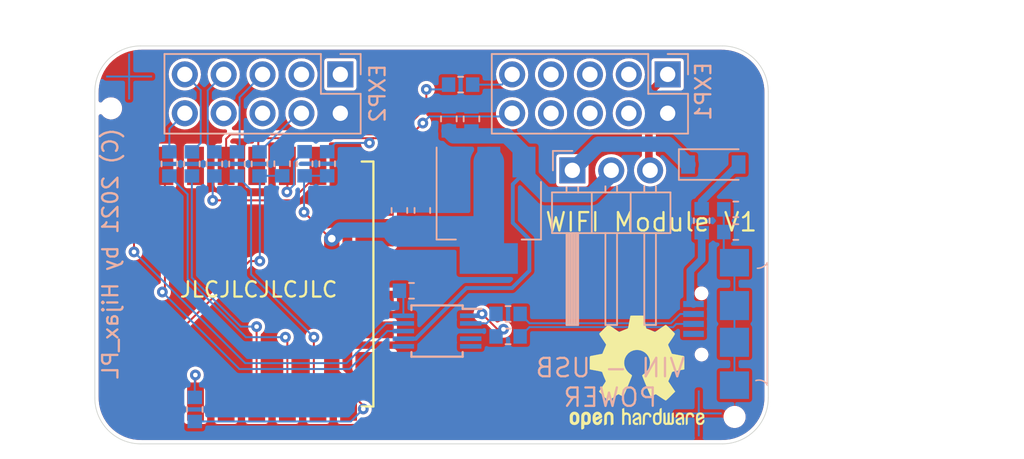
<source format=kicad_pcb>
(kicad_pcb (version 20210108) (generator pcbnew)
  (layers (0 "F.Cu" signal) (31 "B.Cu" signal) (34 "B.Paste" user) (35 "F.Paste" user) (36 "B.SilkS" user "B.Silkscreen") (37 "F.SilkS" user "F.Silkscreen") (38 "B.Mask" user) (39 "F.Mask" user) (44 "Edge.Cuts" user))
  (net 0 "")
  (net 1 "3.3V")
  (net 2 "GND")
  (net 3 "5V")
  (net 4 "Net-(C6-Pad2)")
  (net 5 "Net-(C19-Pad2)")
  (net 6 "Net-(D1-Pad2)")
  (net 7 "/VBUS")
  (net 8 "/E_MISO")
  (net 9 "/E_SCK")
  (net 10 "/CSEL")
  (net 11 "/E_MOSI")
  (net 12 "/E_RST")
  (net 13 "Net-(F1-Pad1)")
  (net 14 "/D+")
  (net 15 "/D-")
  (net 16 "/MISO")
  (net 17 "/RST")
  (net 18 "/DATA_RDY")
  (net 19 "/SCK")
  (net 20 "/MOSI")
  (net 21 "/EN")
  (net 22 "Net-(R8-Pad2)")
  (net 23 "USB_D-")
  (net 24 "USB_D+")
  (net 25 "TX")
  (net 26 "RX")
  (net 27 "/VIN")
  (net 28 "Net-(EXP1-Pad9)")
  (net 29 "/TRF_RDY")
  (net 30 "Net-(R5-Pad2)")
  (footprint "PrntrBoardV2:JLC_Tool_hole" (layer "F.Cu") (at 88.461 110.821)
    (fp_text reference "H1" hide)
    (fp_text value "JLC Tooling Hole" hide)
    (pad "" np_thru_hole circle (at -18.661 10.419) (size 1.152 1.152) (drill 1.152) (layers *.Cu *.Mask) (clearance 0.148))
  )
  (footprint "Symbol:OSHW-Logo2_9.8x8mm_SilkScreen" (layer "F.Cu") (at 63.43 118.33)
    (fp_text reference "LOGO1" hide)
    (fp_text value "Logo_Open_Hardware_Small" hide)
  )
  (footprint "PrntrBoardV2:JLC_Tool_hole" (layer "F.Cu") (at 88.461 114.491)
    (fp_text reference "H2" hide)
    (fp_text value "JLC Tooling Hole" hide)
    (pad "" np_thru_hole circle (at -59.401 -13.411) (size 1.152 1.152) (drill 1.152) (layers *.Cu *.Mask) (clearance 0.148))
  )
  (footprint "PrntrBoardV2:ESP-12E_SMD" (layer "F.Cu") (at 30.58 119.54 90)
    (fp_text reference "U2" hide)
    (fp_text value "ESP-12F" hide)
    (pad "1" smd rect (at 0 0 90) (size 2.5 1.1) (drill (offset -0.7 0)) (layers "F.Cu" "F.Paste" "F.Mask") (net 17 "/RST"))
    (pad "2" smd rect (at 0 2 90) (size 2.5 1.1) (drill (offset -0.7 0)) (layers "F.Cu" "F.Paste" "F.Mask"))
    (pad "3" smd rect (at 0 4 90) (size 2.5 1.1) (drill (offset -0.7 0)) (layers "F.Cu" "F.Paste" "F.Mask") (net 21 "/EN"))
    (pad "4" smd rect (at 0 6 90) (size 2.5 1.1) (drill (offset -0.7 0)) (layers "F.Cu" "F.Paste" "F.Mask"))
    (pad "5" smd rect (at 0 8 90) (size 2.5 1.1) (drill (offset -0.7 0)) (layers "F.Cu" "F.Paste" "F.Mask") (net 19 "/SCK"))
    (pad "6" smd rect (at 0 10 90) (size 2.5 1.1) (drill (offset -0.7 0)) (layers "F.Cu" "F.Paste" "F.Mask") (net 16 "/MISO"))
    (pad "7" smd rect (at 0 12 90) (size 2.5 1.1) (drill (offset -0.7 0)) (layers "F.Cu" "F.Paste" "F.Mask") (net 20 "/MOSI"))
    (pad "8" smd rect (at 0 14 90) (size 2.5 1.1) (drill (offset -0.7 0)) (layers "F.Cu" "F.Paste" "F.Mask") (net 1 "3.3V"))
    (pad "9" smd rect (at 14 14 90) (size 2.5 1.1) (drill (offset 0.7 0)) (layers "F.Cu" "F.Paste" "F.Mask") (net 2 "GND"))
    (pad "10" smd rect (at 14 12 90) (size 2.5 1.1) (drill (offset 0.7 0)) (layers "F.Cu" "F.Paste" "F.Mask") (net 30 "Net-(R5-Pad2)"))
    (pad "11" smd rect (at 14 10 90) (size 2.5 1.1) (drill (offset 0.7 0)) (layers "F.Cu" "F.Paste" "F.Mask") (net 22 "Net-(R8-Pad2)"))
    (pad "12" smd rect (at 14 8 90) (size 2.5 1.1) (drill (offset 0.7 0)) (layers "F.Cu" "F.Paste" "F.Mask") (net 18 "/DATA_RDY"))
    (pad "13" smd rect (at 14 6 90) (size 2.5 1.1) (drill (offset 0.7 0)) (layers "F.Cu" "F.Paste" "F.Mask") (net 29 "/TRF_RDY"))
    (pad "14" smd rect (at 14 4 90) (size 2.5 1.1) (drill (offset 0.7 0)) (layers "F.Cu" "F.Paste" "F.Mask"))
    (pad "15" smd rect (at 14 2 90) (size 2.5 1.1) (drill (offset 0.7 0)) (layers "F.Cu" "F.Paste" "F.Mask") (net 26 "RX"))
    (pad "16" smd rect (at 14 0 90) (size 2.5 1.1) (drill (offset 0.7 0)) (layers "F.Cu" "F.Paste" "F.Mask") (net 25 "TX"))
    (pad "17" smd rect (at 1.99 15 180) (size 2.5 1.1) (drill (offset -0.7 0)) (layers "F.Cu" "F.Paste" "F.Mask"))
    (pad "18" smd rect (at 3.99 15 180) (size 2.5 1.1) (drill (offset -0.7 0)) (layers "F.Cu" "F.Paste" "F.Mask"))
    (pad "19" smd rect (at 5.99 15 180) (size 2.5 1.1) (drill (offset -0.7 0)) (layers "F.Cu" "F.Paste" "F.Mask"))
    (pad "20" smd rect (at 7.99 15 180) (size 2.5 1.1) (drill (offset -0.7 0)) (layers "F.Cu" "F.Paste" "F.Mask"))
    (pad "21" smd rect (at 9.99 15 180) (size 2.5 1.1) (drill (offset -0.7 0)) (layers "F.Cu" "F.Paste" "F.Mask"))
    (pad "22" smd rect (at 11.99 15 180) (size 2.5 1.1) (drill (offset -0.7 0)) (layers "F.Cu" "F.Paste" "F.Mask"))
  )
  (footprint "Connector_PinSocket_2.54mm:PinSocket_2x05_P2.54mm_Vertical" (layer "B.Cu") (at 65.4268 98.86 90)
    (fp_text reference "EXP1" (at -1.11 2.3332 90) (layer "B.SilkS") (effects (justify mirror)))
    (fp_text value "IDC 2x5")
    (pad "1" thru_hole rect (at 0 0 90) (size 1.7 1.7) (drill 1) (layers *.Cu *.Mask) (net 27 "/VIN"))
    (pad "2" thru_hole oval (at -2.54 0 90) (size 1.7 1.7) (drill 1) (layers *.Cu *.Mask) (net 2 "GND"))
    (pad "3" thru_hole oval (at 0 -2.54 90) (size 1.7 1.7) (drill 1) (layers *.Cu *.Mask))
    (pad "4" thru_hole oval (at -2.54 -2.54 90) (size 1.7 1.7) (drill 1) (layers *.Cu *.Mask))
    (pad "5" thru_hole oval (at 0 -5.08 90) (size 1.7 1.7) (drill 1) (layers *.Cu *.Mask))
    (pad "6" thru_hole oval (at -2.54 -5.08 90) (size 1.7 1.7) (drill 1) (layers *.Cu *.Mask))
    (pad "7" thru_hole oval (at 0 -7.62 90) (size 1.7 1.7) (drill 1) (layers *.Cu *.Mask))
    (pad "8" thru_hole oval (at -2.54 -7.62 90) (size 1.7 1.7) (drill 1) (layers *.Cu *.Mask))
    (pad "9" thru_hole oval (at 0 -10.16 90) (size 1.7 1.7) (drill 1) (layers *.Cu *.Mask) (net 28 "Net-(EXP1-Pad9)"))
    (pad "10" thru_hole oval (at -2.54 -10.16 90) (size 1.7 1.7) (drill 1) (layers *.Cu *.Mask) (net 18 "/DATA_RDY"))
  )
  (footprint "Connector_PinSocket_2.54mm:PinSocket_2x05_P2.54mm_Vertical" (layer "B.Cu") (at 44.04 98.86 90)
    (fp_text reference "EXP2" (at -1.24 2.4364 270) (layer "B.SilkS") (effects (justify mirror)))
    (fp_text value "IDC 2x5")
    (pad "1" thru_hole rect (at 0 0 90) (size 1.7 1.7) (drill 1) (layers *.Cu *.Mask))
    (pad "2" thru_hole oval (at -2.54 0 90) (size 1.7 1.7) (drill 1) (layers *.Cu *.Mask) (net 2 "GND"))
    (pad "3" thru_hole oval (at 0 -2.54 90) (size 1.7 1.7) (drill 1) (layers *.Cu *.Mask))
    (pad "4" thru_hole oval (at -2.54 -2.54 90) (size 1.7 1.7) (drill 1) (layers *.Cu *.Mask) (net 12 "/E_RST"))
    (pad "5" thru_hole oval (at 0 -5.08 90) (size 1.7 1.7) (drill 1) (layers *.Cu *.Mask) (net 11 "/E_MOSI"))
    (pad "6" thru_hole oval (at -2.54 -5.08 90) (size 1.7 1.7) (drill 1) (layers *.Cu *.Mask))
    (pad "7" thru_hole oval (at 0 -7.62 90) (size 1.7 1.7) (drill 1) (layers *.Cu *.Mask) (net 10 "/CSEL"))
    (pad "8" thru_hole oval (at -2.54 -7.62 90) (size 1.7 1.7) (drill 1) (layers *.Cu *.Mask))
    (pad "9" thru_hole oval (at 0 -10.16 90) (size 1.7 1.7) (drill 1) (layers *.Cu *.Mask) (net 9 "/E_SCK"))
    (pad "10" thru_hole oval (at -2.54 -10.16 90) (size 1.7 1.7) (drill 1) (layers *.Cu *.Mask) (net 8 "/E_MISO"))
  )
  (footprint "PrntrBoardV2:R_0603_1608Metric" (layer "B.Cu") (at 34.53 120.75 -90)
    (fp_text reference "R7" hide)
    (fp_text value "10k" hide)
    (pad "1" smd rect (at -0.7875 0 270) (size 0.875 0.95) (layers "B.Cu" "B.Paste" "B.Mask") (net 21 "/EN"))
    (pad "2" smd rect (at 0.7875 0 270) (size 0.875 0.95) (layers "B.Cu" "B.Paste" "B.Mask") (net 1 "3.3V"))
  )
  (footprint "PrntrBoardV2:C_0603_1608Metric" (layer "B.Cu") (at 40.24 104.7 -90)
    (fp_text reference "C5" hide)
    (fp_text value "0.1uF" hide)
    (pad "1" smd rect (at -0.7875 0 270) (size 0.875 0.95) (layers "B.Cu" "B.Paste" "B.Mask") (net 2 "GND"))
    (pad "2" smd rect (at 0.7875 0 270) (size 0.875 0.95) (layers "B.Cu" "B.Paste" "B.Mask") (net 17 "/RST"))
  )
  (footprint "PrntrBoardV2:R_0603_1608Metric" (layer "B.Cu") (at 41.71 104.7 90)
    (fp_text reference "R8" hide)
    (fp_text value "10k" hide)
    (pad "1" smd rect (at -0.7875 0 90) (size 0.875 0.95) (layers "B.Cu" "B.Paste" "B.Mask") (net 1 "3.3V"))
    (pad "2" smd rect (at 0.7875 0 90) (size 0.875 0.95) (layers "B.Cu" "B.Paste" "B.Mask") (net 22 "Net-(R8-Pad2)"))
  )
  (footprint "PrntrBoardV2:Fiducial_1mm_Dia_2.54mm_Outer_CopperTop" (layer "B.Cu") (at 67.46 121.01 180)
    (fp_text reference "FID2" hide)
    (fp_text value "Fiducial" hide)
    (pad "~" smd rect (at 0 0 180) (size 3 0.127) (layers "B.Cu" "B.Mask"))
    (pad "~" smd rect (at 0 0 180) (size 0.127 3) (layers "B.Cu" "B.Mask"))
  )
  (footprint "PrntrBoardV2:R_0603_1608Metric" (layer "B.Cu") (at 37.29 104.71 -90)
    (fp_text reference "R6" hide)
    (fp_text value "47R" hide)
    (pad "1" smd rect (at -0.7875 0 270) (size 0.875 0.95) (layers "B.Cu" "B.Paste" "B.Mask") (net 11 "/E_MOSI"))
    (pad "2" smd rect (at 0.7875 0 270) (size 0.875 0.95) (layers "B.Cu" "B.Paste" "B.Mask") (net 20 "/MOSI"))
  )
  (footprint "PrntrBoardV2:R_0603_1608Metric" (layer "B.Cu") (at 43.18 104.7 90)
    (fp_text reference "R13" hide)
    (fp_text value "10k" hide)
    (pad "1" smd rect (at -0.7875 0 90) (size 0.875 0.95) (layers "B.Cu" "B.Paste" "B.Mask") (net 1 "3.3V"))
    (pad "2" smd rect (at 0.7875 0 90) (size 0.875 0.95) (layers "B.Cu" "B.Paste" "B.Mask") (net 18 "/DATA_RDY"))
  )
  (footprint "PrntrBoardV2:C_0603_1608Metric" (layer "B.Cu") (at 52.61 101.77 90)
    (fp_text reference "C2" hide)
    (fp_text value "0.1uF" hide)
    (pad "1" smd rect (at -0.7875 0 90) (size 0.875 0.95) (layers "B.Cu" "B.Paste" "B.Mask") (net 3 "5V"))
    (pad "2" smd rect (at 0.7875 0 90) (size 0.875 0.95) (layers "B.Cu" "B.Paste" "B.Mask") (net 2 "GND"))
  )
  (footprint "PrntrBoardV2:R_0603_1608Metric" (layer "B.Cu") (at 51.9 99.53 180)
    (fp_text reference "R3" hide)
    (fp_text value "2k2" hide)
    (pad "1" smd rect (at -0.7875 0 180) (size 0.875 0.95) (layers "B.Cu" "B.Paste" "B.Mask") (net 28 "Net-(EXP1-Pad9)"))
    (pad "2" smd rect (at 0.7875 0 180) (size 0.875 0.95) (layers "B.Cu" "B.Paste" "B.Mask") (net 29 "/TRF_RDY"))
  )
  (footprint "Package_SO:MSOP-10_3x3mm_P0.5mm" (layer "B.Cu") (at 50.36 115.63 180)
    (fp_text reference "U3" hide)
    (fp_text value "CH340G" hide)
    (pad "1" smd rect (at -2.2 1 180) (size 1.4 0.3) (layers "B.Cu" "B.Paste" "B.Mask") (net 24 "USB_D+"))
    (pad "2" smd rect (at -2.2 0.5 180) (size 1.4 0.3) (layers "B.Cu" "B.Paste" "B.Mask") (net 23 "USB_D-"))
    (pad "3" smd rect (at -2.2 0 180) (size 1.4 0.3) (layers "B.Cu" "B.Paste" "B.Mask") (net 2 "GND"))
    (pad "4" smd rect (at -2.2 -0.5 180) (size 1.4 0.3) (layers "B.Cu" "B.Paste" "B.Mask"))
    (pad "5" smd rect (at -2.2 -1 180) (size 1.4 0.3) (layers "B.Cu" "B.Paste" "B.Mask"))
    (pad "6" smd rect (at 2.2 -1 180) (size 1.4 0.3) (layers "B.Cu" "B.Paste" "B.Mask"))
    (pad "7" smd rect (at 2.2 -0.5 180) (size 1.4 0.3) (layers "B.Cu" "B.Paste" "B.Mask") (net 3 "5V"))
    (pad "8" smd rect (at 2.2 0 180) (size 1.4 0.3) (layers "B.Cu" "B.Paste" "B.Mask") (net 26 "RX"))
    (pad "9" smd rect (at 2.2 0.5 180) (size 1.4 0.3) (layers "B.Cu" "B.Paste" "B.Mask") (net 25 "TX"))
    (pad "10" smd rect (at 2.2 1 180) (size 1.4 0.3) (layers "B.Cu" "B.Paste" "B.Mask") (net 4 "Net-(C6-Pad2)"))
  )
  (footprint "PrntrBoardV2:R_0603_1608Metric" (layer "B.Cu") (at 67.65 108.42 90)
    (fp_text reference "F1" hide)
    (fp_text value "500mA" hide)
    (pad "1" smd rect (at -0.7875 0 90) (size 0.875 0.95) (layers "B.Cu" "B.Paste" "B.Mask") (net 13 "Net-(F1-Pad1)"))
    (pad "2" smd rect (at 0.7875 0 90) (size 0.875 0.95) (layers "B.Cu" "B.Paste" "B.Mask") (net 6 "Net-(D1-Pad2)"))
  )
  (footprint "PrntrBoardV2:R_0603_1608Metric" (layer "B.Cu") (at 32.87 104.71 -90)
    (fp_text reference "R1" hide)
    (fp_text value "47R" hide)
    (pad "1" smd rect (at -0.7875 0 270) (size 0.875 0.95) (layers "B.Cu" "B.Paste" "B.Mask") (net 8 "/E_MISO"))
    (pad "2" smd rect (at 0.7875 0 270) (size 0.875 0.95) (layers "B.Cu" "B.Paste" "B.Mask") (net 16 "/MISO"))
  )
  (footprint "PrntrBoardV2:C_0603_1608Metric" (layer "B.Cu") (at 51.13 101.77 90)
    (fp_text reference "C1" hide)
    (fp_text value "10uF" hide)
    (pad "1" smd rect (at -0.7875 0 90) (size 0.875 0.95) (layers "B.Cu" "B.Paste" "B.Mask") (net 3 "5V"))
    (pad "2" smd rect (at 0.7875 0 90) (size 0.875 0.95) (layers "B.Cu" "B.Paste" "B.Mask") (net 2 "GND"))
  )
  (footprint "PrntrBoardV2:R_0603_1608Metric" (layer "B.Cu") (at 55 114.51 180)
    (fp_text reference "R10" hide)
    (fp_text value "22" hide)
    (pad "1" smd rect (at -0.7875 0 180) (size 0.875 0.95) (layers "B.Cu" "B.Paste" "B.Mask") (net 15 "/D-"))
    (pad "2" smd rect (at 0.7875 0 180) (size 0.875 0.95) (layers "B.Cu" "B.Paste" "B.Mask") (net 23 "USB_D-"))
  )
  (footprint "Diode_SMD:D_SOD-123" (layer "B.Cu") (at 68.41 104.75)
    (fp_text reference "D1" hide)
    (fp_text value "B5819W" hide)
    (pad "1" smd rect (at -1.65 0) (size 0.9 1.2) (layers "B.Cu" "B.Paste" "B.Mask") (net 7 "/VBUS"))
    (pad "2" smd rect (at 1.65 0) (size 0.9 1.2) (layers "B.Cu" "B.Paste" "B.Mask") (net 6 "Net-(D1-Pad2)"))
  )
  (footprint "PrntrBoardV2:MC-101C" (layer "B.Cu") (at 69.01 115.19 -90)
    (fp_text reference "J3" hide)
    (fp_text value "USB_B_Micro" hide)
    (pad "" np_thru_hole circle (at 1.9746 1.3692 270) (size 0.5 0.5) (drill 0.5) (layers *.Cu *.Mask))
    (pad "" np_thru_hole circle (at -2.0254 1.3692 270) (size 0.5 0.5) (drill 0.5) (layers *.Cu *.Mask))
    (pad "1" smd rect (at -1.3254 1.8942 270) (size 0.4 1.35) (layers "B.Cu" "B.Paste" "B.Mask") (net 13 "Net-(F1-Pad1)"))
    (pad "2" smd rect (at -0.6754 1.8942 270) (size 0.4 1.35) (layers "B.Cu" "B.Paste" "B.Mask") (net 15 "/D-"))
    (pad "3" smd rect (at -0.0254 1.8942 270) (size 0.4 1.35) (layers "B.Cu" "B.Paste" "B.Mask") (net 14 "/D+"))
    (pad "4" smd rect (at 0.6246 1.8942 270) (size 0.4 1.35) (layers "B.Cu" "B.Paste" "B.Mask"))
    (pad "5" smd rect (at 1.2746 1.8942 270) (size 0.4 1.35) (layers "B.Cu" "B.Paste" "B.Mask") (net 2 "GND"))
    (pad "6" smd rect (at -1.2254 -0.7808 270) (size 1.9 1.9) (layers "B.Cu" "B.Paste" "B.Mask") (net 5 "Net-(C19-Pad2)"))
    (pad "6" smd rect (at -4.0254 -0.7808 270) (size 1.8 1.9) (layers "B.Cu" "B.Paste" "B.Mask") (net 5 "Net-(C19-Pad2)"))
    (pad "6" smd rect (at 3.9746 -0.7808 270) (size 1.8 1.9) (layers "B.Cu" "B.Paste" "B.Mask") (net 5 "Net-(C19-Pad2)"))
    (pad "6" smd rect (at 1.1746 -0.7808 270) (size 1.9 1.9) (layers "B.Cu" "B.Paste" "B.Mask") (net 5 "Net-(C19-Pad2)"))
  )
  (footprint "PrntrBoardV2:R_0603_1608Metric" (layer "B.Cu") (at 55 115.98 180)
    (fp_text reference "R11" hide)
    (fp_text value "22" hide)
    (pad "1" smd rect (at -0.7875 0 180) (size 0.875 0.95) (layers "B.Cu" "B.Paste" "B.Mask") (net 14 "/D+"))
    (pad "2" smd rect (at 0.7875 0 180) (size 0.875 0.95) (layers "B.Cu" "B.Paste" "B.Mask") (net 24 "USB_D+"))
  )
  (footprint "PrntrBoardV2:R_0603_1608Metric" (layer "B.Cu") (at 38.76 104.71 -90)
    (fp_text reference "R2" hide)
    (fp_text value "470R" hide)
    (pad "1" smd rect (at -0.7875 0 270) (size 0.875 0.95) (layers "B.Cu" "B.Paste" "B.Mask") (net 12 "/E_RST"))
    (pad "2" smd rect (at 0.7875 0 270) (size 0.875 0.95) (layers "B.Cu" "B.Paste" "B.Mask") (net 17 "/RST"))
  )
  (footprint "PrntrBoardV2:C_0603_1608Metric" (layer "B.Cu") (at 69.88 109.16 180)
    (fp_text reference "C19" hide)
    (fp_text value "0.1uF" hide)
    (pad "1" smd rect (at -0.7875 0 180) (size 0.875 0.95) (layers "B.Cu" "B.Paste" "B.Mask") (net 2 "GND"))
    (pad "2" smd rect (at 0.7875 0 180) (size 0.875 0.95) (layers "B.Cu" "B.Paste" "B.Mask") (net 5 "Net-(C19-Pad2)"))
  )
  (footprint "PrntrBoardV2:C_0603_1608Metric" (layer "B.Cu") (at 47.9 107.75 90)
    (fp_text reference "C3" hide)
    (fp_text value "0.1uF" hide)
    (pad "1" smd rect (at -0.7875 0 90) (size 0.875 0.95) (layers "B.Cu" "B.Paste" "B.Mask") (net 1 "3.3V"))
    (pad "2" smd rect (at 0.7875 0 90) (size 0.875 0.95) (layers "B.Cu" "B.Paste" "B.Mask") (net 2 "GND"))
  )
  (footprint "PrntrBoardV2:C_0603_1608Metric" (layer "B.Cu") (at 48.69 113 180)
    (fp_text reference "C6" hide)
    (fp_text value "10n" hide)
    (pad "1" smd rect (at -0.7875 0 180) (size 0.875 0.95) (layers "B.Cu" "B.Paste" "B.Mask") (net 2 "GND"))
    (pad "2" smd rect (at 0.7875 0 180) (size 0.875 0.95) (layers "B.Cu" "B.Paste" "B.Mask") (net 4 "Net-(C6-Pad2)"))
  )
  (footprint "PrntrBoardV2:Fiducial_1mm_Dia_2.54mm_Outer_CopperTop" (layer "B.Cu") (at 30.24 99 180)
    (fp_text reference "FID1" hide)
    (fp_text value "Fiducial" hide)
    (pad "~" smd rect (at 0 0 180) (size 0.127 3) (layers "B.Cu" "B.Mask"))
    (pad "~" smd rect (at 0 0 180) (size 3 0.127) (layers "B.Cu" "B.Mask"))
  )
  (footprint "PrntrBoardV2:R_0603_1608Metric" (layer "B.Cu") (at 34.34 104.71 -90)
    (fp_text reference "R4" hide)
    (fp_text value "47R" hide)
    (pad "1" smd rect (at -0.7875 0 270) (size 0.875 0.95) (layers "B.Cu" "B.Paste" "B.Mask") (net 9 "/E_SCK"))
    (pad "2" smd rect (at 0.7875 0 270) (size 0.875 0.95) (layers "B.Cu" "B.Paste" "B.Mask") (net 19 "/SCK"))
  )
  (footprint "PrntrBoardV2:R_0603_1608Metric" (layer "B.Cu") (at 35.81 104.71 -90)
    (fp_text reference "R5" hide)
    (fp_text value "2k2" hide)
    (pad "1" smd rect (at -0.7875 0 270) (size 0.875 0.95) (layers "B.Cu" "B.Paste" "B.Mask") (net 10 "/CSEL"))
    (pad "2" smd rect (at 0.7875 0 270) (size 0.875 0.95) (layers "B.Cu" "B.Paste" "B.Mask") (net 30 "Net-(R5-Pad2)"))
  )
  (footprint "Connector_PinHeader_2.54mm:PinHeader_1x03_P2.54mm_Horizontal" (layer "B.Cu") (at 59.2 105.13 -90)
    (fp_text reference "J1" hide)
    (fp_text value "PWR" hide)
    (pad "1" thru_hole rect (at 0 0 270) (size 1.7 1.7) (drill 1) (layers *.Cu *.Mask) (net 7 "/VBUS"))
    (pad "2" thru_hole oval (at 0 -2.54 270) (size 1.7 1.7) (drill 1) (layers *.Cu *.Mask) (net 3 "5V"))
    (pad "3" thru_hole oval (at 0 -5.08 270) (size 1.7 1.7) (drill 1) (layers *.Cu *.Mask) (net 27 "/VIN"))
  )
  (footprint "PrntrBoardV2:R_0603_1608Metric" (layer "B.Cu") (at 69.88 107.68 180)
    (fp_text reference "R12" hide)
    (fp_text value "100k" hide)
    (pad "1" smd rect (at -0.7875 0 180) (size 0.875 0.95) (layers "B.Cu" "B.Paste" "B.Mask") (net 2 "GND"))
    (pad "2" smd rect (at 0.7875 0 180) (size 0.875 0.95) (layers "B.Cu" "B.Paste" "B.Mask") (net 5 "Net-(C19-Pad2)"))
  )
  (footprint "PrntrBoardV2:C_0603_1608Metric" (layer "B.Cu") (at 49.4 107.75 90)
    (fp_text reference "C4" hide)
    (fp_text value "10uF" hide)
    (pad "1" smd rect (at -0.7875 0 90) (size 0.875 0.95) (layers "B.Cu" "B.Paste" "B.Mask") (net 1 "3.3V"))
    (pad "2" smd rect (at 0.7875 0 90) (size 0.875 0.95) (layers "B.Cu" "B.Paste" "B.Mask") (net 2 "GND"))
  )
  (footprint "Package_TO_SOT_SMD:SOT-223-3_TabPin2" (layer "B.Cu") (at 53.74 107.74 -90)
    (fp_text reference "U1" hide)
    (fp_text value "AMS1117-3.3" hide)
    (pad "1" smd rect (at -3.15 2.3 270) (size 2 1.5) (layers "B.Cu" "B.Paste" "B.Mask") (net 2 "GND"))
    (pad "2" smd rect (at 3.15 0 270) (size 2 3.8) (layers "B.Cu" "B.Paste" "B.Mask") (net 1 "3.3V"))
    (pad "2" smd rect (at -3.15 0 270) (size 2 1.5) (layers "B.Cu" "B.Paste" "B.Mask") (net 1 "3.3V"))
    (pad "3" smd rect (at -3.15 -2.3 270) (size 2 1.5) (layers "B.Cu" "B.Paste" "B.Mask") (net 3 "5V"))
  )
  (gr_arc (start 69 100) (end 69 97) (angle 90) (layer "Edge.Cuts") (width 0.05))
  (gr_arc (start 31 100) (end 28 100) (angle 90) (layer "Edge.Cuts") (width 0.05))
  (gr_line (start 72 120) (end 72 100) (layer "Edge.Cuts") (width 0.05))
  (gr_line (start 69 97) (end 31 97) (layer "Edge.Cuts") (width 0.05))
  (gr_arc (start 69 120) (end 72 120) (angle 90) (layer "Edge.Cuts") (width 0.05))
  (gr_line (start 31 123) (end 69 123) (layer "Edge.Cuts") (width 0.05))
  (gr_line (start 28 100) (end 28 120) (layer "Edge.Cuts") (width 0.05))
  (gr_arc (start 31 120) (end 28 120) (angle -90) (layer "Edge.Cuts") (width 0.05))
  (gr_text "(C) 2021 by Hijax_PL" (at 29.02 110.57 90) (layer "B.SilkS") (effects (font (size 1 1)) (justify mirror)))
  (gr_text "VIN - USB\nPOWER" (at 61.68 119) (layer "B.SilkS") (effects (font (size 1.2 1.2)) (justify mirror)))
  (gr_text "WIFI Module V1" (at 57.34 108.51) (layer "F.SilkS") (effects (font (size 1.2 1.2)) (justify left)))
  (gr_text "JLCJLCJLCJLC" (at 38.7 112.92) (layer "F.SilkS") (effects (font (size 1 1))))
  (segment (start 44.58 119.54) (end 43.48 118.44) (width 1) (layer "F.Cu") (net 1))
  (segment (start 45.54 120.5) (end 44.58 119.54) (width 0.127) (layer "F.Cu") (net 1))
  (segment (start 43.48 109.59) (end 43.4 109.59) (width 0.127) (layer "F.Cu") (net 1))
  (segment (start 43.4 109.59) (end 41.67 107.86) (width 0.127) (layer "F.Cu") (net 1))
  (segment (start 43.48 118.44) (end 43.48 109.59) (width 1) (layer "F.Cu") (net 1))
  (segment (start 45.54 120.72) (end 45.54 120.5) (width 0.127) (layer "F.Cu") (net 1))
  (via (at 43.48 109.59) (size 1) (drill 0.5) (layers "F.Cu" "B.Cu") (net 1))
  (via (at 41.67 107.86) (size 0.7) (drill 0.3) (layers "F.Cu" "B.Cu") (net 1))
  (via (at 45.54 120.72) (size 0.7) (drill 0.3) (layers "F.Cu" "B.Cu") (net 1))
  (segment (start 53.74 109.12) (end 47.85 109.12) (width 2) (layer "B.Cu") (net 1))
  (segment (start 41.67 105.4975) (end 41.68 105.4875) (width 0.127) (layer "B.Cu") (net 1))
  (segment (start 47.85 109.12) (end 47.82 109.09) (width 2) (layer "B.Cu") (net 1))
  (segment (start 41.67 107.86) (end 41.67 105.4975) (width 0.127) (layer "B.Cu") (net 1))
  (segment (start 44.04 109.03) (end 47.76 109.03) (width 1) (layer "B.Cu") (net 1))
  (segment (start 43.15 105.4875) (end 41.68 105.4875) (width 0.127) (layer "B.Cu") (net 1))
  (segment (start 53.74 104.59) (end 53.74 109.12) (width 2) (layer "B.Cu") (net 1))
  (segment (start 34.53 121.5375) (end 44.7225 121.5375) (width 0.127) (layer "B.Cu") (net 1))
  (segment (start 53.74 109.12) (end 53.74 110.89) (width 2) (layer "B.Cu") (net 1))
  (segment (start 44.7225 121.5375) (end 45.54 120.72) (width 0.127) (layer "B.Cu") (net 1))
  (segment (start 47.76 109.03) (end 47.85 109.12) (width 1) (layer "B.Cu") (net 1))
  (segment (start 43.48 109.59) (end 44.04 109.03) (width 1) (layer "B.Cu") (net 1))
  (segment (start 48.96722 116.13) (end 48.16 116.13) (width 0.254) (layer "B.Cu") (net 3))
  (segment (start 57.44 106.71) (end 60.16 106.71) (width 1) (layer "B.Cu") (net 3))
  (segment (start 55.26 112.82) (end 52.27722 112.82) (width 0.254) (layer "B.Cu") (net 3))
  (segment (start 54.905631 102.877011) (end 56.04 104.01138) (width 1) (layer "B.Cu") (net 3))
  (segment (start 56.04 104.01138) (end 56.04 104.59) (width 1) (layer "B.Cu") (net 3))
  (segment (start 51.449511 102.877011) (end 54.905631 102.877011) (width 1) (layer "B.Cu") (net 3))
  (segment (start 56.39 109.64) (end 56.39 111.69) (width 0.254) (layer "B.Cu") (net 3))
  (segment (start 60.16 106.71) (end 60.44862 106.71) (width 1) (layer "B.Cu") (net 3))
  (segment (start 56.04 104.59) (end 56.04 105.31) (width 1) (layer "B.Cu") (net 3))
  (segment (start 61.74 105.13) (end 60.16 106.71) (width 0.5) (layer "B.Cu") (net 3))
  (segment (start 55.31 106.04) (end 55.31 108.56) (width 0.254) (layer "B.Cu") (net 3))
  (segment (start 56.39 111.69) (end 55.26 112.82) (width 0.254) (layer "B.Cu") (net 3))
  (segment (start 51.13 102.5575) (end 51.449511 102.877011) (width 1) (layer "B.Cu") (net 3))
  (segment (start 52.27722 112.82) (end 48.96722 116.13) (width 0.254) (layer "B.Cu") (net 3))
  (segment (start 55.31 108.56) (end 56.39 109.64) (width 0.254) (layer "B.Cu") (net 3))
  (segment (start 56.04 105.31) (end 55.31 106.04) (width 0.254) (layer "B.Cu") (net 3))
  (segment (start 60.44862 106.71) (end 61.74 105.41862) (width 1) (layer "B.Cu") (net 3))
  (segment (start 56.04 105.31) (end 57.44 106.71) (width 1) (layer "B.Cu") (net 3))
  (segment (start 48.16 114.63) (end 48.16 113.2575) (width 0.127) (layer "B.Cu") (net 4))
  (segment (start 69.0925 107.68) (end 69.0925 110.4663) (width 0.127) (layer "B.Cu") (net 5))
  (segment (start 69.7908 119.1646) (end 69.7908 111.1646) (width 0.127) (layer "B.Cu") (net 5))
  (segment (start 67.65 107.6325) (end 67.65 107.16) (width 0.5) (layer "B.Cu") (net 6))
  (segment (start 67.65 107.16) (end 70.06 104.75) (width 0.5) (layer "B.Cu") (net 6))
  (segment (start 60.91 103.42) (end 65.43 103.42) (width 1) (layer "B.Cu") (net 7))
  (segment (start 65.43 103.42) (end 66.76 104.75) (width 1) (layer "B.Cu") (net 7))
  (segment (start 59.2 105.13) (end 60.91 103.42) (width 1) (layer "B.Cu") (net 7))
  (segment (start 32.87 102.41) (end 33.88 101.4) (width 0.127) (layer "B.Cu") (net 8))
  (segment (start 32.87 103.9225) (end 32.87 102.41) (width 0.127) (layer "B.Cu") (net 8))
  (segment (start 33.88 98.86) (end 34.920511 99.900511) (width 0.127) (layer "B.Cu") (net 9))
  (segment (start 34.920511 103.341989) (end 34.34 103.9225) (width 0.127) (layer "B.Cu") (net 9))
  (segment (start 34.920511 99.900511) (end 34.920511 103.341989) (width 0.127) (layer "B.Cu") (net 9))
  (segment (start 35.379489 103.491989) (end 35.81 103.9225) (width 0.127) (layer "B.Cu") (net 10))
  (segment (start 36.42 98.86) (end 35.379489 99.900511) (width 0.127) (layer "B.Cu") (net 10))
  (segment (start 35.379489 99.900511) (end 35.379489 103.491989) (width 0.127) (layer "B.Cu") (net 10))
  (segment (start 37.460511 100.359489) (end 38.96 98.86) (width 0.127) (layer "B.Cu") (net 11))
  (segment (start 37.460511 103.751989) (end 37.460511 100.359489) (width 0.127) (layer "B.Cu") (net 11))
  (segment (start 38.76 103.9225) (end 41.2825 101.4) (width 0.127) (layer "B.Cu") (net 12))
  (segment (start 39.129238 103.9125) (end 38.939619 104.102119) (width 0.127) (layer "B.Cu") (net 12))
  (segment (start 66.91 111.69) (end 66.91 113.6588) (width 0.5) (layer "B.Cu") (net 13))
  (segment (start 67.65 109.2075) (end 67.65 110.95) (width 0.5) (layer "B.Cu") (net 13))
  (segment (start 66.91 113.6588) (end 67.1158 113.8646) (width 0.5) (layer "B.Cu") (net 13))
  (segment (start 67.65 110.95) (end 66.91 111.69) (width 0.5) (layer "B.Cu") (net 13))
  (segment (start 67.1158 115.1646) (end 65.989402 115.1646) (width 0.127) (layer "B.Cu") (net 14))
  (segment (start 65.989402 115.1646) (end 65.782001 115.372001) (width 0.127) (layer "B.Cu") (net 14))
  (segment (start 65.782001 115.372001) (end 56.395499 115.372001) (width 0.127) (layer "B.Cu") (net 14))
  (segment (start 56.395499 115.372001) (end 55.7875 115.98) (width 0.127) (layer "B.Cu") (net 14))
  (segment (start 66.2454 114.5146) (end 65.642001 115.117999) (width 0.127) (layer "B.Cu") (net 15))
  (segment (start 65.642001 115.117999) (end 56.395499 115.117999) (width 0.127) (layer "B.Cu") (net 15))
  (segment (start 56.395499 115.117999) (end 55.7875 114.51) (width 0.127) (layer "B.Cu") (net 15))
  (segment (start 67.1158 114.5146) (end 66.2454 114.5146) (width 0.127) (layer "B.Cu") (net 15))
  (segment (start 40.58 116.16) (end 40.58 119.54) (width 0.127) (layer "F.Cu") (net 16))
  (segment (start 40.45 116.03) (end 40.58 116.16) (width 0.127) (layer "F.Cu") (net 16))
  (via (at 40.45 116.03) (size 0.7) (drill 0.3) (layers "F.Cu" "B.Cu") (net 16))
  (segment (start 37.870774 116.03) (end 40.45 116.03) (width 0.127) (layer "B.Cu") (net 16))
  (segment (start 34.065387 112.224613) (end 37.870774 116.03) (width 0.127) (layer "B.Cu") (net 16))
  (segment (start 34.065387 106.692887) (end 32.87 105.4975) (width 0.127) (layer "B.Cu") (net 16))
  (segment (start 34.065387 112.224613) (end 34.065387 106.692887) (width 0.127) (layer "B.Cu") (net 16))
  (segment (start 38.11 111.06) (end 38.78 111.06) (width 0.127) (layer "F.Cu") (net 17))
  (segment (start 30.58 119.54) (end 30.58 118.59) (width 0.127) (layer "F.Cu") (net 17))
  (segment (start 30.58 118.59) (end 38.11 111.06) (width 0.127) (layer "F.Cu") (net 17))
  (via (at 38.78 111.06) (size 0.7) (drill 0.3) (layers "F.Cu" "B.Cu") (net 17))
  (segment (start 40.22 105.4875) (end 38.77 105.4875) (width 0.127) (layer "B.Cu") (net 17))
  (segment (start 38.78 111.06) (end 38.78 105.5175) (width 0.127) (layer "B.Cu") (net 17))
  (segment (start 38.77 105.4875) (end 38.76 105.4975) (width 0.127) (layer "B.Cu") (net 17))
  (segment (start 38.68 103.28) (end 38.93 103.03) (width 0.127) (layer "F.Cu") (net 18))
  (segment (start 48.44 103.03) (end 49.43 102.04) (width 0.127) (layer "F.Cu") (net 18))
  (segment (start 45.94 103.34) (end 45.94 103.29) (width 0.127) (layer "F.Cu") (net 18))
  (segment (start 46.2 103.03) (end 48.44 103.03) (width 0.127) (layer "F.Cu") (net 18))
  (segment (start 38.68 104.59708) (end 38.68 103.28) (width 0.127) (layer "F.Cu") (net 18))
  (segment (start 38.93 103.03) (end 46.2 103.03) (width 0.127) (layer "F.Cu") (net 18))
  (segment (start 45.94 103.29) (end 46.2 103.03) (width 0.127) (layer "F.Cu") (net 18))
  (via (at 49.43 102.04) (size 0.7) (drill 0.3) (layers "F.Cu" "B.Cu") (net 18))
  (via (at 45.94 103.34) (size 0.7) (drill 0.3) (layers "F.Cu" "B.Cu") (net 18))
  (segment (start 55.056289 101.610511) (end 55.2668 101.4) (width 0.127) (layer "B.Cu") (net 18))
  (segment (start 43.15 103.9125) (end 43.7225 103.34) (width 0.127) (layer "B.Cu") (net 18))
  (segment (start 43.7225 103.34) (end 45.94 103.34) (width 0.127) (layer "B.Cu") (net 18))
  (segment (start 49.859489 101.610511) (end 55.056289 101.610511) (width 0.127) (layer "B.Cu") (net 18))
  (segment (start 49.43 102.04) (end 49.859489 101.610511) (width 0.127) (layer "B.Cu") (net 18))
  (segment (start 38.57 115.34) (end 38.57 119.53) (width 0.127) (layer "F.Cu") (net 19))
  (via (at 38.57 115.34) (size 0.7) (drill 0.3) (layers "F.Cu" "B.Cu") (net 19))
  (segment (start 34.34 112.14) (end 37.54 115.34) (width 0.127) (layer "B.Cu") (net 19))
  (segment (start 37.54 115.34) (end 38.57 115.34) (width 0.127) (layer "B.Cu") (net 19))
  (segment (start 34.34 105.4975) (end 34.34 112.14) (width 0.127) (layer "B.Cu") (net 19))
  (segment (start 42.31 116.03) (end 42.31 119.27) (width 0.127) (layer "F.Cu") (net 20))
  (segment (start 42.31 119.27) (end 42.58 119.54) (width 0.127) (layer "F.Cu") (net 20))
  (via (at 42.31 116.03) (size 0.7) (drill 0.3) (layers "F.Cu" "B.Cu") (net 20))
  (segment (start 38.21 111.93) (end 42.31 116.03) (width 0.127) (layer "B.Cu") (net 20))
  (segment (start 38.21 106.4175) (end 37.29 105.4975) (width 0.127) (layer "B.Cu") (net 20))
  (segment (start 38.21 111.93) (end 38.21 106.4175) (width 0.127) (layer "B.Cu") (net 20))
  (segment (start 34.57 118.5) (end 34.57 119.53) (width 0.127) (layer "F.Cu") (net 21))
  (via (at 34.57 118.5) (size 0.7) (drill 0.3) (layers "F.Cu" "B.Cu") (net 21))
  (segment (start 34.53 119.9625) (end 34.53 118.54) (width 0.127) (layer "B.Cu") (net 21))
  (segment (start 34.53 118.54) (end 34.57 118.5) (width 0.127) (layer "B.Cu") (net 21))
  (segment (start 40.58 105.54) (end 40.58 106.51) (width 0.127) (layer "F.Cu") (net 22))
  (segment (start 40.58 106.51) (end 40.55 106.54) (width 0.127) (layer "F.Cu") (net 22))
  (via (at 40.55 106.54) (size 0.7) (drill 0.3) (layers "F.Cu" "B.Cu") (net 22))
  (segment (start 41.014489 104.578011) (end 41.014489 106.075511) (width 0.127) (layer "B.Cu") (net 22))
  (segment (start 41.68 103.9125) (end 41.014489 104.578011) (width 0.127) (layer "B.Cu") (net 22))
  (segment (start 41.014489 106.075511) (end 40.55 106.54) (width 0.127) (layer "B.Cu") (net 22))
  (segment (start 54.2125 114.51) (end 53.5925 115.13) (width 0.127) (layer "B.Cu") (net 23))
  (segment (start 53.5925 115.13) (end 52.56 115.13) (width 0.127) (layer "B.Cu") (net 23))
  (segment (start 54.303484 115.51) (end 54.7 115.51) (width 0.127) (layer "F.Cu") (net 24))
  (segment (start 53.297998 114.504514) (end 54.303484 115.51) (width 0.127) (layer "F.Cu") (net 24))
  (via (at 53.297998 114.504514) (size 0.7) (drill 0.3) (layers "F.Cu" "B.Cu") (net 24))
  (via (at 54.7 115.51) (size 0.7) (drill 0.3) (layers "F.Cu" "B.Cu") (net 24))
  (segment (start 53.172512 114.63) (end 53.297998 114.504514) (width 0.127) (layer "B.Cu") (net 24))
  (segment (start 54.6825 115.51) (end 54.2125 115.98) (width 0.127) (layer "B.Cu") (net 24))
  (segment (start 54.7 115.51) (end 54.6825 115.51) (width 0.127) (layer "B.Cu") (net 24))
  (segment (start 30.56 110.46) (end 30.56 105.56) (width 0.127) (layer "F.Cu") (net 25))
  (via (at 30.56 110.46) (size 0.7) (drill 0.3) (layers "F.Cu" "B.Cu") (net 25))
  (segment (start 37.825 117.725) (end 30.56 110.46) (width 0.127) (layer "B.Cu") (net 25))
  (segment (start 48.16 115.13) (end 47.04 115.13) (width 0.127) (layer "B.Cu") (net 25))
  (segment (start 47.04 115.13) (end 44.445 117.725) (width 0.127) (layer "B.Cu") (net 25))
  (segment (start 44.445 117.725) (end 37.825 117.725) (width 0.127) (layer "B.Cu") (net 25))
  (segment (start 32.58 105.54) (end 32.58 112.91) (width 0.127) (layer "F.Cu") (net 26))
  (segment (start 32.58 112.91) (end 32.412801 113.077199) (width 0.127) (layer "F.Cu") (net 26))
  (via (at 32.412801 113.077199) (size 0.7) (drill 0.3) (layers "F.Cu" "B.Cu") (net 26))
  (segment (start 48.16 115.63) (end 47.12 115.63) (width 0.127) (layer "B.Cu") (net 26))
  (segment (start 37.445602 118.11) (end 32.412801 113.077199) (width 0.127) (layer "B.Cu") (net 26))
  (segment (start 44.64 118.11) (end 37.445602 118.11) (width 0.127) (layer "B.Cu") (net 26))
  (segment (start 47.12 115.63) (end 44.64 118.11) (width 0.127) (layer "B.Cu") (net 26))
  (segment (start 64.199789 105.049789) (end 64.199789 100.087011) (width 0.5) (layer "F.Cu") (net 27))
  (segment (start 64.199789 100.087011) (end 65.4268 98.86) (width 0.5) (layer "F.Cu") (net 27))
  (segment (start 52.6875 99.53) (end 54.5968 99.53) (width 0.127) (layer "B.Cu") (net 28))
  (segment (start 54.5968 99.53) (end 55.2668 98.86) (width 0.127) (layer "B.Cu") (net 28))
  (segment (start 49.270058 101.4) (end 47.894069 102.775989) (width 0.127) (layer "F.Cu") (net 29))
  (segment (start 49.66 101.010058) (end 49.66 99.84) (width 0.127) (layer "F.Cu") (net 29))
  (segment (start 49.270058 101.4) (end 49.66 101.010058) (width 0.127) (layer "F.Cu") (net 29))
  (segment (start 36.874011 102.775989) (end 36.58 103.07) (width 0.127) (layer "F.Cu") (net 29))
  (segment (start 47.894069 102.775989) (end 36.874011 102.775989) (width 0.127) (layer "F.Cu") (net 29))
  (segment (start 36.58 103.07) (end 36.58 105.54) (width 0.127) (layer "F.Cu") (net 29))
  (via (at 49.66 99.84) (size 0.7) (drill 0.3) (layers "F.Cu" "B.Cu") (net 29))
  (segment (start 50.8025 99.84) (end 51.1125 99.53) (width 0.127) (layer "B.Cu") (net 29))
  (segment (start 49.66 99.84) (end 50.8025 99.84) (width 0.127) (layer "B.Cu") (net 29))
  (segment (start 35.59 107.09) (end 35.7 107.09) (width 0.127) (layer "F.Cu") (net 30))
  (segment (start 42.410058 105.54) (end 40.860058 107.09) (width 0.127) (layer "F.Cu") (net 30))
  (segment (start 40.860058 107.09) (end 35.7 107.09) (width 0.127) (layer "F.Cu") (net 30))
  (via (at 35.7 107.09) (size 0.7) (drill 0.3) (layers "F.Cu" "B.Cu") (net 30))
  (segment (start 35.7 107.09) (end 35.7 105.6075) (width 0.127) (layer "B.Cu") (net 30))
  (zone (net 2) (net_name "GND") (layers F&B.Cu) (connect_pads yes (clearance 0.2032)) (min_thickness 0.254) (fill yes (thermal_gap 0.508) (thermal_bridge_width 0.508))
    (polygon (pts (xy 73 124) (xy 27 124) (xy 27 94) (xy 73 94)))
  )
)
</source>
